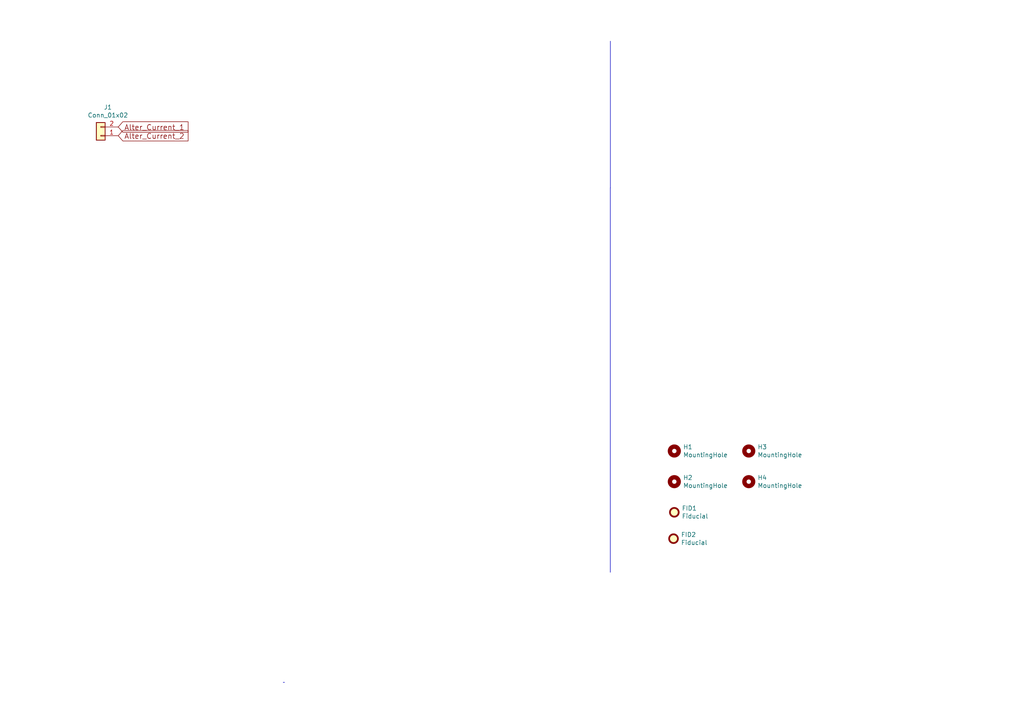
<source format=kicad_sch>
(kicad_sch (version 20230121) (generator eeschema)
  (paper "A4")
  (title_block (title "C3-less power sensor") (date "2023-05-03") (rev "4.0.2-量産試作") (company "Tycoh Co,Ltd. & National Institute of Technology, Tokyo College"))
  (lib_symbols
    (symbol "Connector_Generic:Conn_01x02" (pin_names (offset 1.016) hide)
      (property "Reference" "J" (at 0 2.54 0))
      (property "Value" "Conn_01x02" (at 0 -5.08 0))
      (symbol "Conn_01x02_1_1"
        (rectangle (start -1.27 -2.413) (end 0 -2.667) (stroke (width 0.1524)))
        (rectangle (start -1.27 0.127) (end 0 -0.127) (stroke (width 0.1524)))
        (rectangle (start -1.27 1.27) (end 1.27 -3.81) (stroke (width 0.254)) (fill (type background)))
        (pin passive line (at -5.08 0 0) (length 3.81) (name "Pin_1") (number "1"))
        (pin passive line (at -5.08 -2.54 0) (length 3.81) (name "Pin_2") (number "2"))
      )
    )
    (symbol "Mechanical:Fiducial"
      (property "Reference" "FID" (at 0 5.08 0))
      (property "Value" "Fiducial" (at 0 3.175 0))
      (symbol "Fiducial_0_1"
        (circle (center 0 0) (radius 1.27) (stroke (width 0.508)) (fill (type background)))
      )
    )
    (symbol "Mechanical:MountingHole" (pin_names (offset 1.016))
      (property "Reference" "H" (at 0 5.08 0))
      (property "Value" "MountingHole" (at 0 3.175 0))
      (symbol "MountingHole_0_1"
        (circle (center 0 0) (radius 1.27) (stroke (width 1.27)))
      )
    )
  )
  (polyline (pts (xy 82.1436 197.9168) (xy 82.5246 197.9168)))
  (polyline (pts (xy 177.038 11.938) (xy 177.038 54.483)))
  (polyline (pts (xy 177.0126 54.4576) (xy 177.0126 165.989)))
  (global_label "Alter_Current_2" (shape input) (at 34.29 39.37 0) (effects (font (size 1.524 1.524))) (property "Intersheetrefs" "${INTERSHEET_REFS}" (effects hide)))
  (global_label "Alter_Current_1" (shape input) (at 34.29 36.83 0) (effects (font (size 1.524 1.524))) (property "Intersheetrefs" "${INTERSHEET_REFS}" (effects hide)))
  (symbol (lib_id "Mechanical:MountingHole") (at 195.58 130.81 0) (unit 1)
    (property "Reference" "H1" (at 198.12 129.6416 0) (effects (justify left)))
    (property "Value" "MountingHole" (at 198.12 131.953 0) (effects (justify left)))
    (property "Footprint" "MountingHole:MountingHole_3.2mm_M3" (effects hide))
  )
  (symbol (lib_id "Mechanical:MountingHole") (at 217.17 130.81 0) (unit 1)
    (property "Reference" "H3" (at 219.71 129.6416 0) (effects (justify left)))
    (property "Value" "MountingHole" (at 219.71 131.953 0) (effects (justify left)))
    (property "Footprint" "MountingHole:MountingHole_3.2mm_M3" (effects hide))
  )
  (symbol (lib_id "Mechanical:MountingHole") (at 195.58 139.7 0) (unit 1)
    (property "Reference" "H2" (at 198.12 138.5316 0) (effects (justify left)))
    (property "Value" "MountingHole" (at 198.12 140.843 0) (effects (justify left)))
    (property "Footprint" "MountingHole:MountingHole_3.2mm_M3" (effects hide))
  )
  (symbol (lib_id "Mechanical:MountingHole") (at 217.17 139.7 0) (unit 1)
    (property "Reference" "H4" (at 219.71 138.5316 0) (effects (justify left)))
    (property "Value" "MountingHole" (at 219.71 140.843 0) (effects (justify left)))
    (property "Footprint" "MountingHole:MountingHole_3.2mm_M3" (effects hide))
  )
  (symbol (lib_id "Mechanical:Fiducial") (at 195.58 148.59 0) (unit 1)
    (property "Reference" "FID1" (at 197.739 147.4216 0) (effects (justify left)))
    (property "Value" "Fiducial" (at 197.739 149.733 0) (effects (justify left)))
    (property "Footprint" "Fiducial:Fiducial_0.5mm_Mask1mm" (effects hide))
  )
  (symbol (lib_id "Connector_Generic:Conn_01x02") (at 29.21 39.37 180) (unit 1)
    (property "Reference" "J1" (at 31.2928 31.115 0))
    (property "Value" "Conn_01x02" (at 31.2928 33.4264 0))
    (property "Footprint" "Connector_JST:JST_XA_S02B-XASK-1N-BN_1x02_P2.50mm_Horizontal" (effects hide))
  )
  (symbol (lib_id "Mechanical:Fiducial") (at 195.3514 156.2354 0) (unit 1)
    (property "Reference" "FID2" (at 197.5104 155.067 0) (effects (justify left)))
    (property "Value" "Fiducial" (at 197.5104 157.3784 0) (effects (justify left)))
    (property "Footprint" "Fiducial:Fiducial_0.5mm_Mask1mm" (effects hide))
  )
)
</source>
